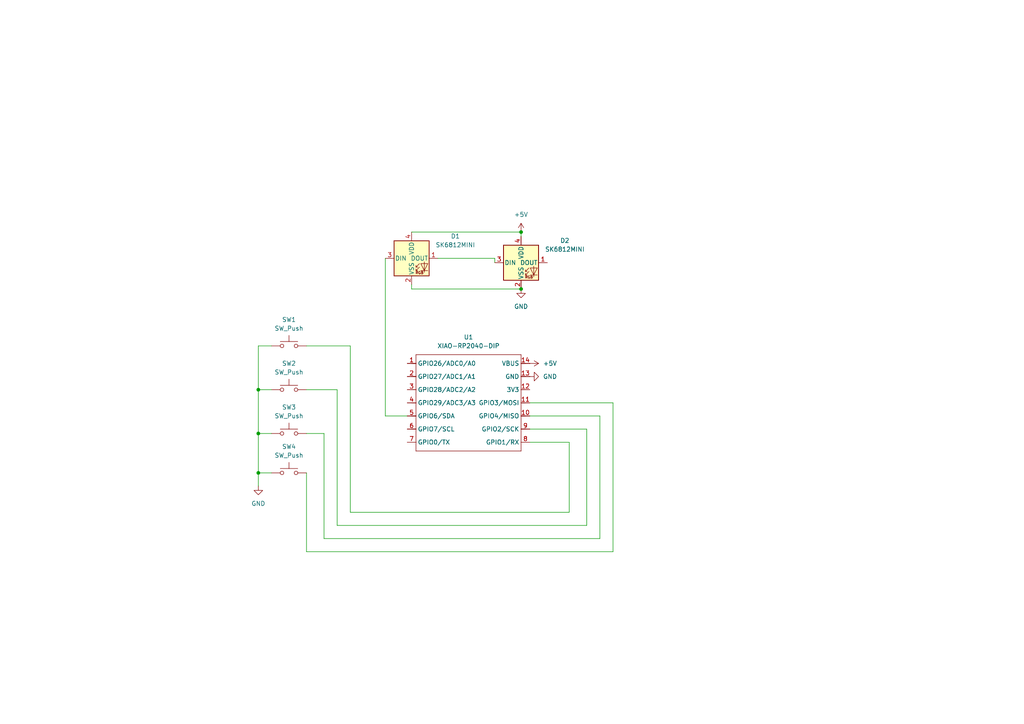
<source format=kicad_sch>
(kicad_sch
	(version 20250114)
	(generator "eeschema")
	(generator_version "9.0")
	(uuid "c0c1d018-d527-4bd1-befc-2c5c9447d247")
	(paper "A4")
	(lib_symbols
		(symbol "LED:SK6812MINI"
			(pin_names
				(offset 0.254)
			)
			(exclude_from_sim no)
			(in_bom yes)
			(on_board yes)
			(property "Reference" "D"
				(at 5.08 5.715 0)
				(effects
					(font
						(size 1.27 1.27)
					)
					(justify right bottom)
				)
			)
			(property "Value" "SK6812MINI"
				(at 1.27 -5.715 0)
				(effects
					(font
						(size 1.27 1.27)
					)
					(justify left top)
				)
			)
			(property "Footprint" "LED_SMD:LED_SK6812MINI_PLCC4_3.5x3.5mm_P1.75mm"
				(at 1.27 -7.62 0)
				(effects
					(font
						(size 1.27 1.27)
					)
					(justify left top)
					(hide yes)
				)
			)
			(property "Datasheet" "https://cdn-shop.adafruit.com/product-files/2686/SK6812MINI_REV.01-1-2.pdf"
				(at 2.54 -9.525 0)
				(effects
					(font
						(size 1.27 1.27)
					)
					(justify left top)
					(hide yes)
				)
			)
			(property "Description" "RGB LED with integrated controller"
				(at 0 0 0)
				(effects
					(font
						(size 1.27 1.27)
					)
					(hide yes)
				)
			)
			(property "ki_keywords" "RGB LED NeoPixel Mini addressable"
				(at 0 0 0)
				(effects
					(font
						(size 1.27 1.27)
					)
					(hide yes)
				)
			)
			(property "ki_fp_filters" "LED*SK6812MINI*PLCC*3.5x3.5mm*P1.75mm*"
				(at 0 0 0)
				(effects
					(font
						(size 1.27 1.27)
					)
					(hide yes)
				)
			)
			(symbol "SK6812MINI_0_0"
				(text "RGB"
					(at 2.286 -4.191 0)
					(effects
						(font
							(size 0.762 0.762)
						)
					)
				)
			)
			(symbol "SK6812MINI_0_1"
				(polyline
					(pts
						(xy 1.27 -2.54) (xy 1.778 -2.54)
					)
					(stroke
						(width 0)
						(type default)
					)
					(fill
						(type none)
					)
				)
				(polyline
					(pts
						(xy 1.27 -3.556) (xy 1.778 -3.556)
					)
					(stroke
						(width 0)
						(type default)
					)
					(fill
						(type none)
					)
				)
				(polyline
					(pts
						(xy 2.286 -1.524) (xy 1.27 -2.54) (xy 1.27 -2.032)
					)
					(stroke
						(width 0)
						(type default)
					)
					(fill
						(type none)
					)
				)
				(polyline
					(pts
						(xy 2.286 -2.54) (xy 1.27 -3.556) (xy 1.27 -3.048)
					)
					(stroke
						(width 0)
						(type default)
					)
					(fill
						(type none)
					)
				)
				(polyline
					(pts
						(xy 3.683 -1.016) (xy 3.683 -3.556) (xy 3.683 -4.064)
					)
					(stroke
						(width 0)
						(type default)
					)
					(fill
						(type none)
					)
				)
				(polyline
					(pts
						(xy 4.699 -1.524) (xy 2.667 -1.524) (xy 3.683 -3.556) (xy 4.699 -1.524)
					)
					(stroke
						(width 0)
						(type default)
					)
					(fill
						(type none)
					)
				)
				(polyline
					(pts
						(xy 4.699 -3.556) (xy 2.667 -3.556)
					)
					(stroke
						(width 0)
						(type default)
					)
					(fill
						(type none)
					)
				)
				(rectangle
					(start 5.08 5.08)
					(end -5.08 -5.08)
					(stroke
						(width 0.254)
						(type default)
					)
					(fill
						(type background)
					)
				)
			)
			(symbol "SK6812MINI_1_1"
				(pin input line
					(at -7.62 0 0)
					(length 2.54)
					(name "DIN"
						(effects
							(font
								(size 1.27 1.27)
							)
						)
					)
					(number "3"
						(effects
							(font
								(size 1.27 1.27)
							)
						)
					)
				)
				(pin power_in line
					(at 0 7.62 270)
					(length 2.54)
					(name "VDD"
						(effects
							(font
								(size 1.27 1.27)
							)
						)
					)
					(number "4"
						(effects
							(font
								(size 1.27 1.27)
							)
						)
					)
				)
				(pin power_in line
					(at 0 -7.62 90)
					(length 2.54)
					(name "VSS"
						(effects
							(font
								(size 1.27 1.27)
							)
						)
					)
					(number "2"
						(effects
							(font
								(size 1.27 1.27)
							)
						)
					)
				)
				(pin output line
					(at 7.62 0 180)
					(length 2.54)
					(name "DOUT"
						(effects
							(font
								(size 1.27 1.27)
							)
						)
					)
					(number "1"
						(effects
							(font
								(size 1.27 1.27)
							)
						)
					)
				)
			)
			(embedded_fonts no)
		)
		(symbol "Switch:SW_Push"
			(pin_numbers
				(hide yes)
			)
			(pin_names
				(offset 1.016)
				(hide yes)
			)
			(exclude_from_sim no)
			(in_bom yes)
			(on_board yes)
			(property "Reference" "SW"
				(at 1.27 2.54 0)
				(effects
					(font
						(size 1.27 1.27)
					)
					(justify left)
				)
			)
			(property "Value" "SW_Push"
				(at 0 -1.524 0)
				(effects
					(font
						(size 1.27 1.27)
					)
				)
			)
			(property "Footprint" ""
				(at 0 5.08 0)
				(effects
					(font
						(size 1.27 1.27)
					)
					(hide yes)
				)
			)
			(property "Datasheet" "~"
				(at 0 5.08 0)
				(effects
					(font
						(size 1.27 1.27)
					)
					(hide yes)
				)
			)
			(property "Description" "Push button switch, generic, two pins"
				(at 0 0 0)
				(effects
					(font
						(size 1.27 1.27)
					)
					(hide yes)
				)
			)
			(property "ki_keywords" "switch normally-open pushbutton push-button"
				(at 0 0 0)
				(effects
					(font
						(size 1.27 1.27)
					)
					(hide yes)
				)
			)
			(symbol "SW_Push_0_1"
				(circle
					(center -2.032 0)
					(radius 0.508)
					(stroke
						(width 0)
						(type default)
					)
					(fill
						(type none)
					)
				)
				(polyline
					(pts
						(xy 0 1.27) (xy 0 3.048)
					)
					(stroke
						(width 0)
						(type default)
					)
					(fill
						(type none)
					)
				)
				(circle
					(center 2.032 0)
					(radius 0.508)
					(stroke
						(width 0)
						(type default)
					)
					(fill
						(type none)
					)
				)
				(polyline
					(pts
						(xy 2.54 1.27) (xy -2.54 1.27)
					)
					(stroke
						(width 0)
						(type default)
					)
					(fill
						(type none)
					)
				)
				(pin passive line
					(at -5.08 0 0)
					(length 2.54)
					(name "1"
						(effects
							(font
								(size 1.27 1.27)
							)
						)
					)
					(number "1"
						(effects
							(font
								(size 1.27 1.27)
							)
						)
					)
				)
				(pin passive line
					(at 5.08 0 180)
					(length 2.54)
					(name "2"
						(effects
							(font
								(size 1.27 1.27)
							)
						)
					)
					(number "2"
						(effects
							(font
								(size 1.27 1.27)
							)
						)
					)
				)
			)
			(embedded_fonts no)
		)
		(symbol "opl:XIAO-RP2040-DIP"
			(exclude_from_sim no)
			(in_bom yes)
			(on_board yes)
			(property "Reference" "U"
				(at 0 0 0)
				(effects
					(font
						(size 1.27 1.27)
					)
				)
			)
			(property "Value" "XIAO-RP2040-DIP"
				(at 5.334 -1.778 0)
				(effects
					(font
						(size 1.27 1.27)
					)
				)
			)
			(property "Footprint" "Module:MOUDLE14P-XIAO-DIP-SMD"
				(at 14.478 -32.258 0)
				(effects
					(font
						(size 1.27 1.27)
					)
					(hide yes)
				)
			)
			(property "Datasheet" ""
				(at 0 0 0)
				(effects
					(font
						(size 1.27 1.27)
					)
					(hide yes)
				)
			)
			(property "Description" ""
				(at 0 0 0)
				(effects
					(font
						(size 1.27 1.27)
					)
					(hide yes)
				)
			)
			(symbol "XIAO-RP2040-DIP_1_0"
				(polyline
					(pts
						(xy -1.27 -2.54) (xy 29.21 -2.54)
					)
					(stroke
						(width 0.1524)
						(type solid)
					)
					(fill
						(type none)
					)
				)
				(polyline
					(pts
						(xy -1.27 -5.08) (xy -2.54 -5.08)
					)
					(stroke
						(width 0.1524)
						(type solid)
					)
					(fill
						(type none)
					)
				)
				(polyline
					(pts
						(xy -1.27 -5.08) (xy -1.27 -2.54)
					)
					(stroke
						(width 0.1524)
						(type solid)
					)
					(fill
						(type none)
					)
				)
				(polyline
					(pts
						(xy -1.27 -8.89) (xy -2.54 -8.89)
					)
					(stroke
						(width 0.1524)
						(type solid)
					)
					(fill
						(type none)
					)
				)
				(polyline
					(pts
						(xy -1.27 -8.89) (xy -1.27 -5.08)
					)
					(stroke
						(width 0.1524)
						(type solid)
					)
					(fill
						(type none)
					)
				)
				(polyline
					(pts
						(xy -1.27 -12.7) (xy -2.54 -12.7)
					)
					(stroke
						(width 0.1524)
						(type solid)
					)
					(fill
						(type none)
					)
				)
				(polyline
					(pts
						(xy -1.27 -12.7) (xy -1.27 -8.89)
					)
					(stroke
						(width 0.1524)
						(type solid)
					)
					(fill
						(type none)
					)
				)
				(polyline
					(pts
						(xy -1.27 -16.51) (xy -2.54 -16.51)
					)
					(stroke
						(width 0.1524)
						(type solid)
					)
					(fill
						(type none)
					)
				)
				(polyline
					(pts
						(xy -1.27 -16.51) (xy -1.27 -12.7)
					)
					(stroke
						(width 0.1524)
						(type solid)
					)
					(fill
						(type none)
					)
				)
				(polyline
					(pts
						(xy -1.27 -20.32) (xy -2.54 -20.32)
					)
					(stroke
						(width 0.1524)
						(type solid)
					)
					(fill
						(type none)
					)
				)
				(polyline
					(pts
						(xy -1.27 -24.13) (xy -2.54 -24.13)
					)
					(stroke
						(width 0.1524)
						(type solid)
					)
					(fill
						(type none)
					)
				)
				(polyline
					(pts
						(xy -1.27 -27.94) (xy -2.54 -27.94)
					)
					(stroke
						(width 0.1524)
						(type solid)
					)
					(fill
						(type none)
					)
				)
				(polyline
					(pts
						(xy -1.27 -30.48) (xy -1.27 -16.51)
					)
					(stroke
						(width 0.1524)
						(type solid)
					)
					(fill
						(type none)
					)
				)
				(polyline
					(pts
						(xy 29.21 -2.54) (xy 29.21 -5.08)
					)
					(stroke
						(width 0.1524)
						(type solid)
					)
					(fill
						(type none)
					)
				)
				(polyline
					(pts
						(xy 29.21 -5.08) (xy 29.21 -8.89)
					)
					(stroke
						(width 0.1524)
						(type solid)
					)
					(fill
						(type none)
					)
				)
				(polyline
					(pts
						(xy 29.21 -8.89) (xy 29.21 -12.7)
					)
					(stroke
						(width 0.1524)
						(type solid)
					)
					(fill
						(type none)
					)
				)
				(polyline
					(pts
						(xy 29.21 -12.7) (xy 29.21 -30.48)
					)
					(stroke
						(width 0.1524)
						(type solid)
					)
					(fill
						(type none)
					)
				)
				(polyline
					(pts
						(xy 29.21 -30.48) (xy -1.27 -30.48)
					)
					(stroke
						(width 0.1524)
						(type solid)
					)
					(fill
						(type none)
					)
				)
				(polyline
					(pts
						(xy 30.48 -5.08) (xy 29.21 -5.08)
					)
					(stroke
						(width 0.1524)
						(type solid)
					)
					(fill
						(type none)
					)
				)
				(polyline
					(pts
						(xy 30.48 -8.89) (xy 29.21 -8.89)
					)
					(stroke
						(width 0.1524)
						(type solid)
					)
					(fill
						(type none)
					)
				)
				(polyline
					(pts
						(xy 30.48 -12.7) (xy 29.21 -12.7)
					)
					(stroke
						(width 0.1524)
						(type solid)
					)
					(fill
						(type none)
					)
				)
				(polyline
					(pts
						(xy 30.48 -16.51) (xy 29.21 -16.51)
					)
					(stroke
						(width 0.1524)
						(type solid)
					)
					(fill
						(type none)
					)
				)
				(polyline
					(pts
						(xy 30.48 -20.32) (xy 29.21 -20.32)
					)
					(stroke
						(width 0.1524)
						(type solid)
					)
					(fill
						(type none)
					)
				)
				(polyline
					(pts
						(xy 30.48 -24.13) (xy 29.21 -24.13)
					)
					(stroke
						(width 0.1524)
						(type solid)
					)
					(fill
						(type none)
					)
				)
				(polyline
					(pts
						(xy 30.48 -27.94) (xy 29.21 -27.94)
					)
					(stroke
						(width 0.1524)
						(type solid)
					)
					(fill
						(type none)
					)
				)
				(pin passive line
					(at -3.81 -5.08 0)
					(length 2.54)
					(name "GPIO26/ADC0/A0"
						(effects
							(font
								(size 1.27 1.27)
							)
						)
					)
					(number "1"
						(effects
							(font
								(size 1.27 1.27)
							)
						)
					)
				)
				(pin passive line
					(at -3.81 -8.89 0)
					(length 2.54)
					(name "GPIO27/ADC1/A1"
						(effects
							(font
								(size 1.27 1.27)
							)
						)
					)
					(number "2"
						(effects
							(font
								(size 1.27 1.27)
							)
						)
					)
				)
				(pin passive line
					(at -3.81 -12.7 0)
					(length 2.54)
					(name "GPIO28/ADC2/A2"
						(effects
							(font
								(size 1.27 1.27)
							)
						)
					)
					(number "3"
						(effects
							(font
								(size 1.27 1.27)
							)
						)
					)
				)
				(pin passive line
					(at -3.81 -16.51 0)
					(length 2.54)
					(name "GPIO29/ADC3/A3"
						(effects
							(font
								(size 1.27 1.27)
							)
						)
					)
					(number "4"
						(effects
							(font
								(size 1.27 1.27)
							)
						)
					)
				)
				(pin passive line
					(at -3.81 -20.32 0)
					(length 2.54)
					(name "GPIO6/SDA"
						(effects
							(font
								(size 1.27 1.27)
							)
						)
					)
					(number "5"
						(effects
							(font
								(size 1.27 1.27)
							)
						)
					)
				)
				(pin passive line
					(at -3.81 -24.13 0)
					(length 2.54)
					(name "GPIO7/SCL"
						(effects
							(font
								(size 1.27 1.27)
							)
						)
					)
					(number "6"
						(effects
							(font
								(size 1.27 1.27)
							)
						)
					)
				)
				(pin passive line
					(at -3.81 -27.94 0)
					(length 2.54)
					(name "GPIO0/TX"
						(effects
							(font
								(size 1.27 1.27)
							)
						)
					)
					(number "7"
						(effects
							(font
								(size 1.27 1.27)
							)
						)
					)
				)
				(pin passive line
					(at 31.75 -5.08 180)
					(length 2.54)
					(name "VBUS"
						(effects
							(font
								(size 1.27 1.27)
							)
						)
					)
					(number "14"
						(effects
							(font
								(size 1.27 1.27)
							)
						)
					)
				)
				(pin passive line
					(at 31.75 -8.89 180)
					(length 2.54)
					(name "GND"
						(effects
							(font
								(size 1.27 1.27)
							)
						)
					)
					(number "13"
						(effects
							(font
								(size 1.27 1.27)
							)
						)
					)
				)
				(pin passive line
					(at 31.75 -12.7 180)
					(length 2.54)
					(name "3V3"
						(effects
							(font
								(size 1.27 1.27)
							)
						)
					)
					(number "12"
						(effects
							(font
								(size 1.27 1.27)
							)
						)
					)
				)
				(pin passive line
					(at 31.75 -16.51 180)
					(length 2.54)
					(name "GPIO3/MOSI"
						(effects
							(font
								(size 1.27 1.27)
							)
						)
					)
					(number "11"
						(effects
							(font
								(size 1.27 1.27)
							)
						)
					)
				)
				(pin passive line
					(at 31.75 -20.32 180)
					(length 2.54)
					(name "GPIO4/MISO"
						(effects
							(font
								(size 1.27 1.27)
							)
						)
					)
					(number "10"
						(effects
							(font
								(size 1.27 1.27)
							)
						)
					)
				)
				(pin passive line
					(at 31.75 -24.13 180)
					(length 2.54)
					(name "GPIO2/SCK"
						(effects
							(font
								(size 1.27 1.27)
							)
						)
					)
					(number "9"
						(effects
							(font
								(size 1.27 1.27)
							)
						)
					)
				)
				(pin passive line
					(at 31.75 -27.94 180)
					(length 2.54)
					(name "GPIO1/RX"
						(effects
							(font
								(size 1.27 1.27)
							)
						)
					)
					(number "8"
						(effects
							(font
								(size 1.27 1.27)
							)
						)
					)
				)
			)
			(embedded_fonts no)
		)
		(symbol "power:+5V"
			(power)
			(pin_numbers
				(hide yes)
			)
			(pin_names
				(offset 0)
				(hide yes)
			)
			(exclude_from_sim no)
			(in_bom yes)
			(on_board yes)
			(property "Reference" "#PWR"
				(at 0 -3.81 0)
				(effects
					(font
						(size 1.27 1.27)
					)
					(hide yes)
				)
			)
			(property "Value" "+5V"
				(at 0 3.556 0)
				(effects
					(font
						(size 1.27 1.27)
					)
				)
			)
			(property "Footprint" ""
				(at 0 0 0)
				(effects
					(font
						(size 1.27 1.27)
					)
					(hide yes)
				)
			)
			(property "Datasheet" ""
				(at 0 0 0)
				(effects
					(font
						(size 1.27 1.27)
					)
					(hide yes)
				)
			)
			(property "Description" "Power symbol creates a global label with name \"+5V\""
				(at 0 0 0)
				(effects
					(font
						(size 1.27 1.27)
					)
					(hide yes)
				)
			)
			(property "ki_keywords" "global power"
				(at 0 0 0)
				(effects
					(font
						(size 1.27 1.27)
					)
					(hide yes)
				)
			)
			(symbol "+5V_0_1"
				(polyline
					(pts
						(xy -0.762 1.27) (xy 0 2.54)
					)
					(stroke
						(width 0)
						(type default)
					)
					(fill
						(type none)
					)
				)
				(polyline
					(pts
						(xy 0 2.54) (xy 0.762 1.27)
					)
					(stroke
						(width 0)
						(type default)
					)
					(fill
						(type none)
					)
				)
				(polyline
					(pts
						(xy 0 0) (xy 0 2.54)
					)
					(stroke
						(width 0)
						(type default)
					)
					(fill
						(type none)
					)
				)
			)
			(symbol "+5V_1_1"
				(pin power_in line
					(at 0 0 90)
					(length 0)
					(name "~"
						(effects
							(font
								(size 1.27 1.27)
							)
						)
					)
					(number "1"
						(effects
							(font
								(size 1.27 1.27)
							)
						)
					)
				)
			)
			(embedded_fonts no)
		)
		(symbol "power:GND"
			(power)
			(pin_numbers
				(hide yes)
			)
			(pin_names
				(offset 0)
				(hide yes)
			)
			(exclude_from_sim no)
			(in_bom yes)
			(on_board yes)
			(property "Reference" "#PWR"
				(at 0 -6.35 0)
				(effects
					(font
						(size 1.27 1.27)
					)
					(hide yes)
				)
			)
			(property "Value" "GND"
				(at 0 -3.81 0)
				(effects
					(font
						(size 1.27 1.27)
					)
				)
			)
			(property "Footprint" ""
				(at 0 0 0)
				(effects
					(font
						(size 1.27 1.27)
					)
					(hide yes)
				)
			)
			(property "Datasheet" ""
				(at 0 0 0)
				(effects
					(font
						(size 1.27 1.27)
					)
					(hide yes)
				)
			)
			(property "Description" "Power symbol creates a global label with name \"GND\" , ground"
				(at 0 0 0)
				(effects
					(font
						(size 1.27 1.27)
					)
					(hide yes)
				)
			)
			(property "ki_keywords" "global power"
				(at 0 0 0)
				(effects
					(font
						(size 1.27 1.27)
					)
					(hide yes)
				)
			)
			(symbol "GND_0_1"
				(polyline
					(pts
						(xy 0 0) (xy 0 -1.27) (xy 1.27 -1.27) (xy 0 -2.54) (xy -1.27 -1.27) (xy 0 -1.27)
					)
					(stroke
						(width 0)
						(type default)
					)
					(fill
						(type none)
					)
				)
			)
			(symbol "GND_1_1"
				(pin power_in line
					(at 0 0 270)
					(length 0)
					(name "~"
						(effects
							(font
								(size 1.27 1.27)
							)
						)
					)
					(number "1"
						(effects
							(font
								(size 1.27 1.27)
							)
						)
					)
				)
			)
			(embedded_fonts no)
		)
	)
	(junction
		(at 74.93 113.03)
		(diameter 0)
		(color 0 0 0 0)
		(uuid "6a87d36d-000a-4372-8e0a-46f4193c8bbc")
	)
	(junction
		(at 151.13 67.31)
		(diameter 0)
		(color 0 0 0 0)
		(uuid "85292828-a29b-4a41-916b-9529bfa72157")
	)
	(junction
		(at 74.93 137.16)
		(diameter 0)
		(color 0 0 0 0)
		(uuid "b9e491e4-428e-47dd-9d60-f1858ea048fb")
	)
	(junction
		(at 74.93 125.73)
		(diameter 0)
		(color 0 0 0 0)
		(uuid "d418045f-f2d4-4b51-8d8c-47e94fb90a76")
	)
	(junction
		(at 151.13 83.82)
		(diameter 0)
		(color 0 0 0 0)
		(uuid "febf5f8b-d786-4cc6-a2d3-b0aa0c6874f6")
	)
	(wire
		(pts
			(xy 143.51 74.93) (xy 143.51 76.2)
		)
		(stroke
			(width 0)
			(type default)
		)
		(uuid "04ccdb0d-b474-4006-80e1-0ac1db8e1018")
	)
	(wire
		(pts
			(xy 101.6 148.59) (xy 101.6 100.33)
		)
		(stroke
			(width 0)
			(type default)
		)
		(uuid "1d19f4cf-d242-4fa4-87c4-f3a7f537ebe7")
	)
	(wire
		(pts
			(xy 74.93 137.16) (xy 78.74 137.16)
		)
		(stroke
			(width 0)
			(type default)
		)
		(uuid "1e74e447-ad67-4a89-bd35-f8328fd973d2")
	)
	(wire
		(pts
			(xy 88.9 125.73) (xy 93.98 125.73)
		)
		(stroke
			(width 0)
			(type default)
		)
		(uuid "29d5a03f-403b-454d-9291-cbf23d9f66d7")
	)
	(wire
		(pts
			(xy 170.18 152.4) (xy 170.18 124.46)
		)
		(stroke
			(width 0)
			(type default)
		)
		(uuid "35256f70-8d74-4afa-baf0-c8932891b38a")
	)
	(wire
		(pts
			(xy 97.79 113.03) (xy 97.79 152.4)
		)
		(stroke
			(width 0)
			(type default)
		)
		(uuid "36e2f3e7-7ed6-45fe-a4ce-7da015b67c1f")
	)
	(wire
		(pts
			(xy 165.1 148.59) (xy 101.6 148.59)
		)
		(stroke
			(width 0)
			(type default)
		)
		(uuid "46605e49-d348-48a0-aeb5-6591c888e118")
	)
	(wire
		(pts
			(xy 151.13 83.82) (xy 119.38 83.82)
		)
		(stroke
			(width 0)
			(type default)
		)
		(uuid "481ceb7d-bd1a-4066-8163-c0c8ad2fdf74")
	)
	(wire
		(pts
			(xy 74.93 100.33) (xy 74.93 113.03)
		)
		(stroke
			(width 0)
			(type default)
		)
		(uuid "499a308d-8028-4714-a643-0644ae80694e")
	)
	(wire
		(pts
			(xy 111.76 120.65) (xy 111.76 74.93)
		)
		(stroke
			(width 0)
			(type default)
		)
		(uuid "4f382c7a-913f-441e-8ed2-f626160ed3e8")
	)
	(wire
		(pts
			(xy 177.8 116.84) (xy 153.67 116.84)
		)
		(stroke
			(width 0)
			(type default)
		)
		(uuid "5bee5ca2-ae8a-44d6-a005-415b8b247509")
	)
	(wire
		(pts
			(xy 118.11 120.65) (xy 111.76 120.65)
		)
		(stroke
			(width 0)
			(type default)
		)
		(uuid "63dbc91f-216f-4119-8117-3fabaaaf2b4b")
	)
	(wire
		(pts
			(xy 173.99 156.21) (xy 173.99 120.65)
		)
		(stroke
			(width 0)
			(type default)
		)
		(uuid "70b042bd-31da-4ea4-a28a-a7207ec3073e")
	)
	(wire
		(pts
			(xy 78.74 100.33) (xy 74.93 100.33)
		)
		(stroke
			(width 0)
			(type default)
		)
		(uuid "788c9c81-fb8e-4910-a813-49753b55461c")
	)
	(wire
		(pts
			(xy 74.93 125.73) (xy 78.74 125.73)
		)
		(stroke
			(width 0)
			(type default)
		)
		(uuid "79af7c50-b6d7-4e79-9f41-56c5f6d64d4c")
	)
	(wire
		(pts
			(xy 93.98 156.21) (xy 173.99 156.21)
		)
		(stroke
			(width 0)
			(type default)
		)
		(uuid "8194d129-af8a-44b4-b96b-ae7b8c2ad4e6")
	)
	(wire
		(pts
			(xy 177.8 160.02) (xy 177.8 116.84)
		)
		(stroke
			(width 0)
			(type default)
		)
		(uuid "8922214f-082b-4e01-847f-18703fa4b385")
	)
	(wire
		(pts
			(xy 153.67 128.27) (xy 165.1 128.27)
		)
		(stroke
			(width 0)
			(type default)
		)
		(uuid "89236f67-e50d-4d22-9f2b-446b10150f67")
	)
	(wire
		(pts
			(xy 101.6 100.33) (xy 88.9 100.33)
		)
		(stroke
			(width 0)
			(type default)
		)
		(uuid "89609d75-b29f-470d-b171-f38b941b16c8")
	)
	(wire
		(pts
			(xy 74.93 113.03) (xy 74.93 125.73)
		)
		(stroke
			(width 0)
			(type default)
		)
		(uuid "8a489f9e-e539-4cf1-b14f-6764d955d892")
	)
	(wire
		(pts
			(xy 151.13 67.31) (xy 151.13 68.58)
		)
		(stroke
			(width 0)
			(type default)
		)
		(uuid "8a51e67b-166c-4f7c-8d56-8b98c4d887c2")
	)
	(wire
		(pts
			(xy 165.1 128.27) (xy 165.1 148.59)
		)
		(stroke
			(width 0)
			(type default)
		)
		(uuid "8aba1f23-18e4-4a72-90f6-3b3734931524")
	)
	(wire
		(pts
			(xy 74.93 125.73) (xy 74.93 137.16)
		)
		(stroke
			(width 0)
			(type default)
		)
		(uuid "8c8ecb44-871c-4f98-922a-76607b017d95")
	)
	(wire
		(pts
			(xy 88.9 137.16) (xy 88.9 160.02)
		)
		(stroke
			(width 0)
			(type default)
		)
		(uuid "8d8f2767-e4f7-48dd-ba9c-1970fdee9b60")
	)
	(wire
		(pts
			(xy 74.93 137.16) (xy 74.93 140.97)
		)
		(stroke
			(width 0)
			(type default)
		)
		(uuid "949bee77-7ec0-41ce-96ff-a4e9f52cb001")
	)
	(wire
		(pts
			(xy 74.93 113.03) (xy 78.74 113.03)
		)
		(stroke
			(width 0)
			(type default)
		)
		(uuid "949e5ba5-48d3-41f7-8cf8-ae59dbea2b4c")
	)
	(wire
		(pts
			(xy 170.18 124.46) (xy 153.67 124.46)
		)
		(stroke
			(width 0)
			(type default)
		)
		(uuid "9c494dfc-7584-49af-81da-d3f0bbec4ab1")
	)
	(wire
		(pts
			(xy 173.99 120.65) (xy 153.67 120.65)
		)
		(stroke
			(width 0)
			(type default)
		)
		(uuid "9ebe40e8-d5f3-4259-aef8-a73ce312150a")
	)
	(wire
		(pts
			(xy 119.38 82.55) (xy 119.38 83.82)
		)
		(stroke
			(width 0)
			(type default)
		)
		(uuid "a4d8a3e7-ae87-434d-aad1-ce9b5004c763")
	)
	(wire
		(pts
			(xy 88.9 160.02) (xy 177.8 160.02)
		)
		(stroke
			(width 0)
			(type default)
		)
		(uuid "a92eabb2-2263-42d2-bdcc-72c110aac692")
	)
	(wire
		(pts
			(xy 97.79 152.4) (xy 170.18 152.4)
		)
		(stroke
			(width 0)
			(type default)
		)
		(uuid "ba3b837f-1024-441e-96cf-7d2e08b96cce")
	)
	(wire
		(pts
			(xy 119.38 67.31) (xy 151.13 67.31)
		)
		(stroke
			(width 0)
			(type default)
		)
		(uuid "c9f1d256-8c60-4340-aa71-fd8d252d1ea9")
	)
	(wire
		(pts
			(xy 93.98 125.73) (xy 93.98 156.21)
		)
		(stroke
			(width 0)
			(type default)
		)
		(uuid "cc116110-6f45-4a82-8a3d-07a727f58384")
	)
	(wire
		(pts
			(xy 88.9 113.03) (xy 97.79 113.03)
		)
		(stroke
			(width 0)
			(type default)
		)
		(uuid "d21e31f9-b181-4624-8485-98191100a3bb")
	)
	(wire
		(pts
			(xy 127 74.93) (xy 143.51 74.93)
		)
		(stroke
			(width 0)
			(type default)
		)
		(uuid "f07d8226-d9bf-499c-bc49-048ef0d47d11")
	)
	(symbol
		(lib_id "power:GND")
		(at 74.93 140.97 0)
		(unit 1)
		(exclude_from_sim no)
		(in_bom yes)
		(on_board yes)
		(dnp no)
		(fields_autoplaced yes)
		(uuid "150be233-eb27-48ea-90f1-cb6035fddb61")
		(property "Reference" "#PWR03"
			(at 74.93 147.32 0)
			(effects
				(font
					(size 1.27 1.27)
				)
				(hide yes)
			)
		)
		(property "Value" "GND"
			(at 74.93 146.05 0)
			(effects
				(font
					(size 1.27 1.27)
				)
			)
		)
		(property "Footprint" ""
			(at 74.93 140.97 0)
			(effects
				(font
					(size 1.27 1.27)
				)
				(hide yes)
			)
		)
		(property "Datasheet" ""
			(at 74.93 140.97 0)
			(effects
				(font
					(size 1.27 1.27)
				)
				(hide yes)
			)
		)
		(property "Description" "Power symbol creates a global label with name \"GND\" , ground"
			(at 74.93 140.97 0)
			(effects
				(font
					(size 1.27 1.27)
				)
				(hide yes)
			)
		)
		(pin "1"
			(uuid "1dafbcc8-24bf-42ce-b1a1-2db3152ea518")
		)
		(instances
			(project ""
				(path "/c0c1d018-d527-4bd1-befc-2c5c9447d247"
					(reference "#PWR03")
					(unit 1)
				)
			)
		)
	)
	(symbol
		(lib_id "LED:SK6812MINI")
		(at 151.13 76.2 0)
		(unit 1)
		(exclude_from_sim no)
		(in_bom yes)
		(on_board yes)
		(dnp no)
		(fields_autoplaced yes)
		(uuid "170f437d-27f2-4361-96a7-4920912667f2")
		(property "Reference" "D2"
			(at 163.83 69.7798 0)
			(effects
				(font
					(size 1.27 1.27)
				)
			)
		)
		(property "Value" "SK6812MINI"
			(at 163.83 72.3198 0)
			(effects
				(font
					(size 1.27 1.27)
				)
			)
		)
		(property "Footprint" "LED_SMD:LED_SK6812MINI_PLCC4_3.5x3.5mm_P1.75mm"
			(at 152.4 83.82 0)
			(effects
				(font
					(size 1.27 1.27)
				)
				(justify left top)
				(hide yes)
			)
		)
		(property "Datasheet" "https://cdn-shop.adafruit.com/product-files/2686/SK6812MINI_REV.01-1-2.pdf"
			(at 153.67 85.725 0)
			(effects
				(font
					(size 1.27 1.27)
				)
				(justify left top)
				(hide yes)
			)
		)
		(property "Description" "RGB LED with integrated controller"
			(at 151.13 76.2 0)
			(effects
				(font
					(size 1.27 1.27)
				)
				(hide yes)
			)
		)
		(pin "2"
			(uuid "6d8ac481-b46f-48fc-8914-dcab5110a8af")
		)
		(pin "4"
			(uuid "708a7003-5885-48ee-b912-fca199f96183")
		)
		(pin "3"
			(uuid "040ab13c-bca6-4d8d-8f29-54627fd15645")
		)
		(pin "1"
			(uuid "cbe3fa25-e466-4958-ac28-bd9a53cef8ea")
		)
		(instances
			(project ""
				(path "/c0c1d018-d527-4bd1-befc-2c5c9447d247"
					(reference "D2")
					(unit 1)
				)
			)
		)
	)
	(symbol
		(lib_id "power:+5V")
		(at 151.13 67.31 0)
		(unit 1)
		(exclude_from_sim no)
		(in_bom yes)
		(on_board yes)
		(dnp no)
		(fields_autoplaced yes)
		(uuid "335039b0-5a4c-4a81-ac95-8956f8cb989a")
		(property "Reference" "#PWR01"
			(at 151.13 71.12 0)
			(effects
				(font
					(size 1.27 1.27)
				)
				(hide yes)
			)
		)
		(property "Value" "+5V"
			(at 151.13 62.23 0)
			(effects
				(font
					(size 1.27 1.27)
				)
			)
		)
		(property "Footprint" ""
			(at 151.13 67.31 0)
			(effects
				(font
					(size 1.27 1.27)
				)
				(hide yes)
			)
		)
		(property "Datasheet" ""
			(at 151.13 67.31 0)
			(effects
				(font
					(size 1.27 1.27)
				)
				(hide yes)
			)
		)
		(property "Description" "Power symbol creates a global label with name \"+5V\""
			(at 151.13 67.31 0)
			(effects
				(font
					(size 1.27 1.27)
				)
				(hide yes)
			)
		)
		(pin "1"
			(uuid "d5f836bc-6c41-4c24-a910-511594d0b866")
		)
		(instances
			(project ""
				(path "/c0c1d018-d527-4bd1-befc-2c5c9447d247"
					(reference "#PWR01")
					(unit 1)
				)
			)
		)
	)
	(symbol
		(lib_id "power:+5V")
		(at 153.67 105.41 270)
		(mirror x)
		(unit 1)
		(exclude_from_sim no)
		(in_bom yes)
		(on_board yes)
		(dnp no)
		(fields_autoplaced yes)
		(uuid "4247ef38-ae7c-45d7-95e7-c7a308a454f2")
		(property "Reference" "#PWR02"
			(at 149.86 105.41 0)
			(effects
				(font
					(size 1.27 1.27)
				)
				(hide yes)
			)
		)
		(property "Value" "+5V"
			(at 157.48 105.4099 90)
			(effects
				(font
					(size 1.27 1.27)
				)
				(justify left)
			)
		)
		(property "Footprint" ""
			(at 153.67 105.41 0)
			(effects
				(font
					(size 1.27 1.27)
				)
				(hide yes)
			)
		)
		(property "Datasheet" ""
			(at 153.67 105.41 0)
			(effects
				(font
					(size 1.27 1.27)
				)
				(hide yes)
			)
		)
		(property "Description" "Power symbol creates a global label with name \"+5V\""
			(at 153.67 105.41 0)
			(effects
				(font
					(size 1.27 1.27)
				)
				(hide yes)
			)
		)
		(pin "1"
			(uuid "121eef3e-ab9d-4ac3-a5e6-40b067cf565e")
		)
		(instances
			(project ""
				(path "/c0c1d018-d527-4bd1-befc-2c5c9447d247"
					(reference "#PWR02")
					(unit 1)
				)
			)
		)
	)
	(symbol
		(lib_id "LED:SK6812MINI")
		(at 119.38 74.93 0)
		(unit 1)
		(exclude_from_sim no)
		(in_bom yes)
		(on_board yes)
		(dnp no)
		(fields_autoplaced yes)
		(uuid "52f09d76-2ba3-4ef6-a830-2a17ffe6c661")
		(property "Reference" "D1"
			(at 132.08 68.5098 0)
			(effects
				(font
					(size 1.27 1.27)
				)
			)
		)
		(property "Value" "SK6812MINI"
			(at 132.08 71.0498 0)
			(effects
				(font
					(size 1.27 1.27)
				)
			)
		)
		(property "Footprint" "LED_SMD:LED_SK6812MINI_PLCC4_3.5x3.5mm_P1.75mm"
			(at 120.65 82.55 0)
			(effects
				(font
					(size 1.27 1.27)
				)
				(justify left top)
				(hide yes)
			)
		)
		(property "Datasheet" "https://cdn-shop.adafruit.com/product-files/2686/SK6812MINI_REV.01-1-2.pdf"
			(at 121.92 84.455 0)
			(effects
				(font
					(size 1.27 1.27)
				)
				(justify left top)
				(hide yes)
			)
		)
		(property "Description" "RGB LED with integrated controller"
			(at 119.38 74.93 0)
			(effects
				(font
					(size 1.27 1.27)
				)
				(hide yes)
			)
		)
		(pin "1"
			(uuid "050bbf5f-b619-408d-84b8-d53fcfe38597")
		)
		(pin "2"
			(uuid "c1c6103f-1490-4142-91a4-d792f7bc3034")
		)
		(pin "3"
			(uuid "9281a535-cc75-47b2-b860-a3afa2b94625")
		)
		(pin "4"
			(uuid "b30cd1e2-79b7-4750-8949-035c6525e7a4")
		)
		(instances
			(project ""
				(path "/c0c1d018-d527-4bd1-befc-2c5c9447d247"
					(reference "D1")
					(unit 1)
				)
			)
		)
	)
	(symbol
		(lib_id "Switch:SW_Push")
		(at 83.82 113.03 0)
		(unit 1)
		(exclude_from_sim no)
		(in_bom yes)
		(on_board yes)
		(dnp no)
		(fields_autoplaced yes)
		(uuid "7b498e65-afd5-48f2-ba8c-5c793d8af872")
		(property "Reference" "SW2"
			(at 83.82 105.41 0)
			(effects
				(font
					(size 1.27 1.27)
				)
			)
		)
		(property "Value" "SW_Push"
			(at 83.82 107.95 0)
			(effects
				(font
					(size 1.27 1.27)
				)
			)
		)
		(property "Footprint" "Button_Switch_Keyboard:SW_Cherry_MX_1.00u_PCB"
			(at 83.82 107.95 0)
			(effects
				(font
					(size 1.27 1.27)
				)
				(hide yes)
			)
		)
		(property "Datasheet" "~"
			(at 83.82 107.95 0)
			(effects
				(font
					(size 1.27 1.27)
				)
				(hide yes)
			)
		)
		(property "Description" "Push button switch, generic, two pins"
			(at 83.82 113.03 0)
			(effects
				(font
					(size 1.27 1.27)
				)
				(hide yes)
			)
		)
		(pin "2"
			(uuid "d70b452a-8329-407a-a042-e18e4864447d")
		)
		(pin "1"
			(uuid "12bf544a-8c77-4ad2-b17e-4cb3d65c4e95")
		)
		(instances
			(project ""
				(path "/c0c1d018-d527-4bd1-befc-2c5c9447d247"
					(reference "SW2")
					(unit 1)
				)
			)
		)
	)
	(symbol
		(lib_id "opl:XIAO-RP2040-DIP")
		(at 121.92 100.33 0)
		(unit 1)
		(exclude_from_sim no)
		(in_bom yes)
		(on_board yes)
		(dnp no)
		(fields_autoplaced yes)
		(uuid "87b719c6-37ce-4403-9788-a84ae559287c")
		(property "Reference" "U1"
			(at 135.89 97.79 0)
			(effects
				(font
					(size 1.27 1.27)
				)
			)
		)
		(property "Value" "XIAO-RP2040-DIP"
			(at 135.89 100.33 0)
			(effects
				(font
					(size 1.27 1.27)
				)
			)
		)
		(property "Footprint" "opl:XIAO-RP2040-DIP"
			(at 136.398 132.588 0)
			(effects
				(font
					(size 1.27 1.27)
				)
				(hide yes)
			)
		)
		(property "Datasheet" ""
			(at 121.92 100.33 0)
			(effects
				(font
					(size 1.27 1.27)
				)
				(hide yes)
			)
		)
		(property "Description" ""
			(at 121.92 100.33 0)
			(effects
				(font
					(size 1.27 1.27)
				)
				(hide yes)
			)
		)
		(pin "10"
			(uuid "0399f97b-254a-43f6-b113-821272e86f51")
		)
		(pin "1"
			(uuid "fa7e2771-f3b8-4847-a00f-5e1d824aee86")
		)
		(pin "8"
			(uuid "39bcfdf9-1f63-4967-baf6-960f27c81457")
		)
		(pin "14"
			(uuid "dbe5b721-41fb-4448-8ec9-571a6caf0975")
		)
		(pin "13"
			(uuid "29910bc1-7c75-4d01-97cb-fdfd09a83f48")
		)
		(pin "2"
			(uuid "8803a993-b48d-4598-b525-406f55097af3")
		)
		(pin "6"
			(uuid "00b186ab-0d97-4e44-8db8-6f8b90e243c5")
		)
		(pin "12"
			(uuid "d1267c53-0c87-4725-a0e2-13b260c6ed7a")
		)
		(pin "3"
			(uuid "91238bee-ee03-4144-a777-841c646b9f77")
		)
		(pin "5"
			(uuid "149623ed-7497-47d5-b587-716db3f36f7f")
		)
		(pin "7"
			(uuid "74bac724-abc2-420e-a7c9-6d387d750ccf")
		)
		(pin "11"
			(uuid "f8e955c5-f908-44ca-8de5-efee21065a79")
		)
		(pin "9"
			(uuid "6d95f0cd-f90c-4dca-b837-49ee32359ba5")
		)
		(pin "4"
			(uuid "84502393-23d3-46e7-afaa-d39bcb80efec")
		)
		(instances
			(project ""
				(path "/c0c1d018-d527-4bd1-befc-2c5c9447d247"
					(reference "U1")
					(unit 1)
				)
			)
		)
	)
	(symbol
		(lib_id "Switch:SW_Push")
		(at 83.82 100.33 0)
		(unit 1)
		(exclude_from_sim no)
		(in_bom yes)
		(on_board yes)
		(dnp no)
		(fields_autoplaced yes)
		(uuid "9044d397-cb0d-45ed-b327-e2d756bd219a")
		(property "Reference" "SW1"
			(at 83.82 92.71 0)
			(effects
				(font
					(size 1.27 1.27)
				)
			)
		)
		(property "Value" "SW_Push"
			(at 83.82 95.25 0)
			(effects
				(font
					(size 1.27 1.27)
				)
			)
		)
		(property "Footprint" "Button_Switch_Keyboard:SW_Cherry_MX_1.00u_PCB"
			(at 83.82 95.25 0)
			(effects
				(font
					(size 1.27 1.27)
				)
				(hide yes)
			)
		)
		(property "Datasheet" "~"
			(at 83.82 95.25 0)
			(effects
				(font
					(size 1.27 1.27)
				)
				(hide yes)
			)
		)
		(property "Description" "Push button switch, generic, two pins"
			(at 83.82 100.33 0)
			(effects
				(font
					(size 1.27 1.27)
				)
				(hide yes)
			)
		)
		(pin "1"
			(uuid "1f5a527e-6c88-415c-a674-47a2ea195efd")
		)
		(pin "2"
			(uuid "169cabb7-fd27-4137-b7c2-bc664d93e4b9")
		)
		(instances
			(project ""
				(path "/c0c1d018-d527-4bd1-befc-2c5c9447d247"
					(reference "SW1")
					(unit 1)
				)
			)
		)
	)
	(symbol
		(lib_id "Switch:SW_Push")
		(at 83.82 125.73 0)
		(unit 1)
		(exclude_from_sim no)
		(in_bom yes)
		(on_board yes)
		(dnp no)
		(fields_autoplaced yes)
		(uuid "99e3d4be-c9b2-426a-9af9-103ea4c80e0c")
		(property "Reference" "SW3"
			(at 83.82 118.11 0)
			(effects
				(font
					(size 1.27 1.27)
				)
			)
		)
		(property "Value" "SW_Push"
			(at 83.82 120.65 0)
			(effects
				(font
					(size 1.27 1.27)
				)
			)
		)
		(property "Footprint" "Button_Switch_Keyboard:SW_Cherry_MX_1.00u_PCB"
			(at 83.82 120.65 0)
			(effects
				(font
					(size 1.27 1.27)
				)
				(hide yes)
			)
		)
		(property "Datasheet" "~"
			(at 83.82 120.65 0)
			(effects
				(font
					(size 1.27 1.27)
				)
				(hide yes)
			)
		)
		(property "Description" "Push button switch, generic, two pins"
			(at 83.82 125.73 0)
			(effects
				(font
					(size 1.27 1.27)
				)
				(hide yes)
			)
		)
		(pin "1"
			(uuid "19153d55-c85f-40fc-a03b-674ba4f46fc7")
		)
		(pin "2"
			(uuid "5049b0d8-f7c6-466b-8eaf-dcb8f28a59df")
		)
		(instances
			(project ""
				(path "/c0c1d018-d527-4bd1-befc-2c5c9447d247"
					(reference "SW3")
					(unit 1)
				)
			)
		)
	)
	(symbol
		(lib_id "power:GND")
		(at 151.13 83.82 0)
		(unit 1)
		(exclude_from_sim no)
		(in_bom yes)
		(on_board yes)
		(dnp no)
		(fields_autoplaced yes)
		(uuid "b1c012ab-952c-4b17-b5e9-5c465e35aa9c")
		(property "Reference" "#PWR04"
			(at 151.13 90.17 0)
			(effects
				(font
					(size 1.27 1.27)
				)
				(hide yes)
			)
		)
		(property "Value" "GND"
			(at 151.13 88.9 0)
			(effects
				(font
					(size 1.27 1.27)
				)
			)
		)
		(property "Footprint" ""
			(at 151.13 83.82 0)
			(effects
				(font
					(size 1.27 1.27)
				)
				(hide yes)
			)
		)
		(property "Datasheet" ""
			(at 151.13 83.82 0)
			(effects
				(font
					(size 1.27 1.27)
				)
				(hide yes)
			)
		)
		(property "Description" "Power symbol creates a global label with name \"GND\" , ground"
			(at 151.13 83.82 0)
			(effects
				(font
					(size 1.27 1.27)
				)
				(hide yes)
			)
		)
		(pin "1"
			(uuid "ceec1523-c265-4aa6-ad7e-4bc733bbbb43")
		)
		(instances
			(project ""
				(path "/c0c1d018-d527-4bd1-befc-2c5c9447d247"
					(reference "#PWR04")
					(unit 1)
				)
			)
		)
	)
	(symbol
		(lib_id "power:GND")
		(at 153.67 109.22 90)
		(unit 1)
		(exclude_from_sim no)
		(in_bom yes)
		(on_board yes)
		(dnp no)
		(fields_autoplaced yes)
		(uuid "dcda4d13-4f8b-4381-9e2b-23428dfcbae1")
		(property "Reference" "#PWR05"
			(at 160.02 109.22 0)
			(effects
				(font
					(size 1.27 1.27)
				)
				(hide yes)
			)
		)
		(property "Value" "GND"
			(at 157.48 109.2199 90)
			(effects
				(font
					(size 1.27 1.27)
				)
				(justify right)
			)
		)
		(property "Footprint" ""
			(at 153.67 109.22 0)
			(effects
				(font
					(size 1.27 1.27)
				)
				(hide yes)
			)
		)
		(property "Datasheet" ""
			(at 153.67 109.22 0)
			(effects
				(font
					(size 1.27 1.27)
				)
				(hide yes)
			)
		)
		(property "Description" "Power symbol creates a global label with name \"GND\" , ground"
			(at 153.67 109.22 0)
			(effects
				(font
					(size 1.27 1.27)
				)
				(hide yes)
			)
		)
		(pin "1"
			(uuid "822954db-b2e0-4d52-bcc2-ff05a64d02f0")
		)
		(instances
			(project ""
				(path "/c0c1d018-d527-4bd1-befc-2c5c9447d247"
					(reference "#PWR05")
					(unit 1)
				)
			)
		)
	)
	(symbol
		(lib_id "Switch:SW_Push")
		(at 83.82 137.16 0)
		(unit 1)
		(exclude_from_sim no)
		(in_bom yes)
		(on_board yes)
		(dnp no)
		(fields_autoplaced yes)
		(uuid "f9b3624d-7a1f-4ed5-9366-ab31de472f36")
		(property "Reference" "SW4"
			(at 83.82 129.54 0)
			(effects
				(font
					(size 1.27 1.27)
				)
			)
		)
		(property "Value" "SW_Push"
			(at 83.82 132.08 0)
			(effects
				(font
					(size 1.27 1.27)
				)
			)
		)
		(property "Footprint" "Button_Switch_Keyboard:SW_Cherry_MX_1.00u_PCB"
			(at 83.82 132.08 0)
			(effects
				(font
					(size 1.27 1.27)
				)
				(hide yes)
			)
		)
		(property "Datasheet" "~"
			(at 83.82 132.08 0)
			(effects
				(font
					(size 1.27 1.27)
				)
				(hide yes)
			)
		)
		(property "Description" "Push button switch, generic, two pins"
			(at 83.82 137.16 0)
			(effects
				(font
					(size 1.27 1.27)
				)
				(hide yes)
			)
		)
		(pin "1"
			(uuid "13a6fe3c-12a7-4275-8592-0cbd97dc7a8a")
		)
		(pin "2"
			(uuid "40c2f1ef-ae12-4fab-abe9-e8a7a471560a")
		)
		(instances
			(project ""
				(path "/c0c1d018-d527-4bd1-befc-2c5c9447d247"
					(reference "SW4")
					(unit 1)
				)
			)
		)
	)
	(sheet_instances
		(path "/"
			(page "1")
		)
	)
	(embedded_fonts no)
)

</source>
